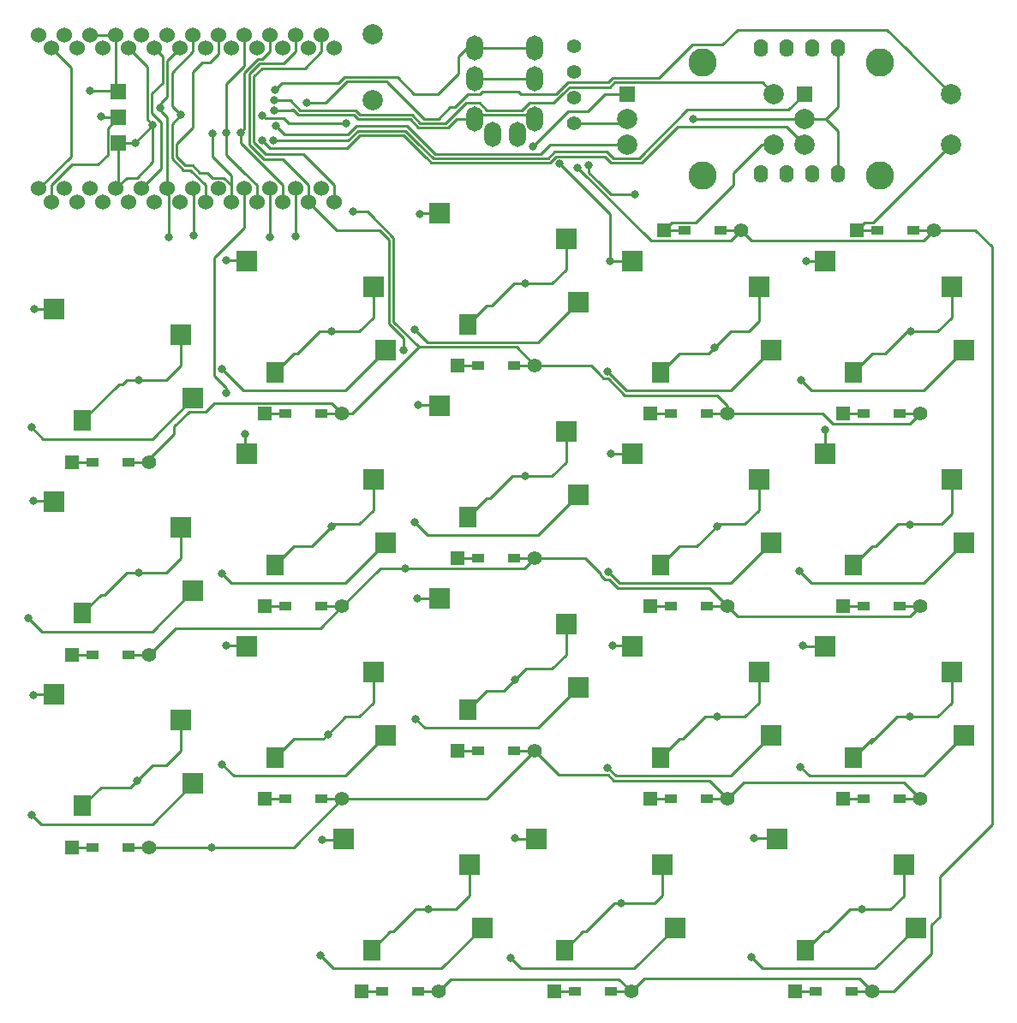
<source format=gbr>
G04 #@! TF.GenerationSoftware,KiCad,Pcbnew,(5.1.6-0-10_14)*
G04 #@! TF.CreationDate,2023-01-09T17:08:50+09:00*
G04 #@! TF.ProjectId,cool536v130,636f6f6c-3533-4367-9631-33302e6b6963,rev?*
G04 #@! TF.SameCoordinates,Original*
G04 #@! TF.FileFunction,Copper,L1,Top*
G04 #@! TF.FilePolarity,Positive*
%FSLAX46Y46*%
G04 Gerber Fmt 4.6, Leading zero omitted, Abs format (unit mm)*
G04 Created by KiCad (PCBNEW (5.1.6-0-10_14)) date 2023-01-09 17:08:50*
%MOMM*%
%LPD*%
G01*
G04 APERTURE LIST*
G04 #@! TA.AperFunction,SMDPad,CuDef*
%ADD10R,2.000000X2.000000*%
G04 #@! TD*
G04 #@! TA.AperFunction,SMDPad,CuDef*
%ADD11R,1.800000X2.000000*%
G04 #@! TD*
G04 #@! TA.AperFunction,ComponentPad*
%ADD12C,2.000000*%
G04 #@! TD*
G04 #@! TA.AperFunction,ComponentPad*
%ADD13C,1.397000*%
G04 #@! TD*
G04 #@! TA.AperFunction,ComponentPad*
%ADD14R,1.397000X1.397000*%
G04 #@! TD*
G04 #@! TA.AperFunction,SMDPad,CuDef*
%ADD15R,1.300000X0.950000*%
G04 #@! TD*
G04 #@! TA.AperFunction,ComponentPad*
%ADD16O,1.700000X2.500000*%
G04 #@! TD*
G04 #@! TA.AperFunction,ComponentPad*
%ADD17C,1.524000*%
G04 #@! TD*
G04 #@! TA.AperFunction,ComponentPad*
%ADD18R,1.500000X1.500000*%
G04 #@! TD*
G04 #@! TA.AperFunction,ComponentPad*
%ADD19C,2.800000*%
G04 #@! TD*
G04 #@! TA.AperFunction,SMDPad,CuDef*
%ADD20R,1.524000X1.524000*%
G04 #@! TD*
G04 #@! TA.AperFunction,ComponentPad*
%ADD21O,1.397000X1.778000*%
G04 #@! TD*
G04 #@! TA.AperFunction,ViaPad*
%ADD22C,0.800000*%
G04 #@! TD*
G04 #@! TA.AperFunction,Conductor*
%ADD23C,0.250000*%
G04 #@! TD*
G04 APERTURE END LIST*
D10*
X95750000Y-100570000D03*
D11*
X84850000Y-102770000D03*
D10*
X94550000Y-94330000D03*
X82050000Y-91790000D03*
X43950000Y-82265000D03*
X56450000Y-84805000D03*
D11*
X46750000Y-93245000D03*
D10*
X57650000Y-91045000D03*
X91575000Y-115602500D03*
X104075000Y-118142500D03*
D11*
X94375000Y-126582500D03*
D10*
X105275000Y-124382500D03*
D12*
X75460000Y-36040000D03*
X75460000Y-42540000D03*
D10*
X76700000Y-86282500D03*
D11*
X65800000Y-88482500D03*
D10*
X75500000Y-80042500D03*
X63000000Y-77502500D03*
D13*
X72410000Y-73532499D03*
D14*
X64790000Y-73532499D03*
D15*
X66825000Y-73532499D03*
X70375000Y-73532499D03*
D13*
X124798000Y-130682500D03*
D14*
X117178000Y-130682500D03*
D15*
X119213000Y-130682500D03*
X122763000Y-130682500D03*
X109795000Y-55420000D03*
D13*
X111830000Y-55420000D03*
D14*
X104210000Y-55420000D03*
D15*
X106245000Y-55420000D03*
D13*
X129560000Y-73532499D03*
D14*
X121940000Y-73532499D03*
D15*
X123975000Y-73532499D03*
X127525000Y-73532499D03*
D16*
X87250000Y-45870000D03*
X91450000Y-44370000D03*
X91450000Y-40370000D03*
X91450000Y-37370000D03*
X85500000Y-40370000D03*
X85500000Y-37370000D03*
X89700000Y-45870000D03*
X85500000Y-44370000D03*
D10*
X63000000Y-96552500D03*
X75500000Y-99092500D03*
D11*
X65800000Y-107532500D03*
D10*
X76700000Y-105332500D03*
X114800000Y-105332500D03*
D11*
X103900000Y-107532500D03*
D10*
X113600000Y-99092500D03*
X101100000Y-96552500D03*
D13*
X95330000Y-44820000D03*
X95330000Y-42280000D03*
X95330000Y-39740000D03*
X95330000Y-37200000D03*
D17*
X43692000Y-37360000D03*
X46232000Y-37360000D03*
X48772000Y-37360000D03*
X51312000Y-37360000D03*
X53852000Y-37360000D03*
X56392000Y-37360000D03*
X58932000Y-37360000D03*
X61472000Y-37360000D03*
X64012000Y-37360000D03*
X66552000Y-37360000D03*
X69092000Y-37360000D03*
X71632000Y-37360000D03*
X71632000Y-52600000D03*
X69092000Y-52600000D03*
X66552000Y-52600000D03*
X64012000Y-52600000D03*
X61472000Y-52600000D03*
X58932000Y-52600000D03*
X56392000Y-52600000D03*
X53852000Y-52600000D03*
X51312000Y-52600000D03*
X48772000Y-52600000D03*
X46232000Y-52600000D03*
X43692000Y-52600000D03*
X42422000Y-36053600D03*
X44962000Y-36053600D03*
X47502000Y-36053600D03*
X50042000Y-36053600D03*
X52582000Y-36053600D03*
X55122000Y-36053600D03*
X57662000Y-36053600D03*
X60202000Y-36053600D03*
X62742000Y-36053600D03*
X65282000Y-36053600D03*
X67822000Y-36053600D03*
X70362000Y-36053600D03*
X70362000Y-51273600D03*
X67822000Y-51273600D03*
X65282000Y-51273600D03*
X62742000Y-51273600D03*
X60202000Y-51273600D03*
X57662000Y-51273600D03*
X55122000Y-51273600D03*
X52582000Y-51273600D03*
X50042000Y-51273600D03*
X47502000Y-51273600D03*
X44962000Y-51273600D03*
X42422000Y-51273600D03*
D13*
X53360000Y-78295000D03*
D14*
X45740000Y-78295000D03*
D15*
X47775000Y-78295000D03*
X51325000Y-78295000D03*
D10*
X129088000Y-124382500D03*
D11*
X118188000Y-126582500D03*
D10*
X127888000Y-118142500D03*
X115388000Y-115602500D03*
X133850000Y-67232499D03*
D11*
X122950000Y-69432499D03*
D10*
X132650000Y-60992499D03*
X120150000Y-58452499D03*
D18*
X100560000Y-41910000D03*
D12*
X100560000Y-44410000D03*
X100560000Y-46910000D03*
D19*
X108060000Y-38810000D03*
X108060000Y-50010000D03*
D12*
X115060000Y-41910000D03*
X115060000Y-46910000D03*
D10*
X101100000Y-58452499D03*
X113600000Y-60992499D03*
D11*
X103900000Y-69432499D03*
D10*
X114800000Y-67232499D03*
X43950000Y-63215000D03*
X56450000Y-65755000D03*
D11*
X46750000Y-74195000D03*
D10*
X57650000Y-71995000D03*
D13*
X100985000Y-130682500D03*
D14*
X93365000Y-130682500D03*
D15*
X95400000Y-130682500D03*
X98950000Y-130682500D03*
D10*
X114800000Y-86282500D03*
D11*
X103900000Y-88482500D03*
D10*
X113600000Y-80042500D03*
X101100000Y-77502500D03*
D13*
X91460000Y-87820000D03*
D14*
X83840000Y-87820000D03*
D15*
X85875000Y-87820000D03*
X89425000Y-87820000D03*
D13*
X81935000Y-130682500D03*
D14*
X74315000Y-130682500D03*
D15*
X76350000Y-130682500D03*
X79900000Y-130682500D03*
D10*
X63000000Y-58452499D03*
X75500000Y-60992499D03*
D11*
X65800000Y-69432499D03*
D10*
X76700000Y-67232499D03*
X57650000Y-110095000D03*
D11*
X46750000Y-112295000D03*
D10*
X56450000Y-103855000D03*
X43950000Y-101315000D03*
D13*
X129560000Y-111632500D03*
D14*
X121940000Y-111632500D03*
D15*
X123975000Y-111632500D03*
X127525000Y-111632500D03*
D10*
X95750000Y-81520000D03*
D11*
X84850000Y-83720000D03*
D10*
X94550000Y-75280000D03*
X82050000Y-72740000D03*
D13*
X110510000Y-111632500D03*
D14*
X102890000Y-111632500D03*
D15*
X104925000Y-111632500D03*
X108475000Y-111632500D03*
D18*
X118090000Y-41910000D03*
D12*
X118090000Y-44410000D03*
X118090000Y-46910000D03*
D19*
X125590000Y-38810000D03*
X125590000Y-50010000D03*
D12*
X132590000Y-41910000D03*
X132590000Y-46910000D03*
D10*
X133850000Y-86282500D03*
D11*
X122950000Y-88482500D03*
D10*
X132650000Y-80042500D03*
X120150000Y-77502500D03*
D13*
X72410000Y-92582500D03*
D14*
X64790000Y-92582500D03*
D15*
X66825000Y-92582500D03*
X70375000Y-92582500D03*
D10*
X72525000Y-115602500D03*
X85025000Y-118142500D03*
D11*
X75325000Y-126582500D03*
D10*
X86225000Y-124382500D03*
X133850000Y-105332500D03*
D11*
X122950000Y-107532500D03*
D10*
X132650000Y-99092500D03*
X120150000Y-96552500D03*
D13*
X53360000Y-116395000D03*
D14*
X45740000Y-116395000D03*
D15*
X47775000Y-116395000D03*
X51325000Y-116395000D03*
D20*
X50310000Y-41650000D03*
X50310000Y-44190000D03*
X50310000Y-46730000D03*
D13*
X91460000Y-68770000D03*
D14*
X83840000Y-68770000D03*
D15*
X85875000Y-68770000D03*
X89425000Y-68770000D03*
D13*
X110510000Y-73532499D03*
D14*
X102890000Y-73532499D03*
D15*
X104925000Y-73532499D03*
X108475000Y-73532499D03*
D13*
X53360000Y-97345000D03*
D14*
X45740000Y-97345000D03*
D15*
X47775000Y-97345000D03*
X51325000Y-97345000D03*
D13*
X72410000Y-111632500D03*
D14*
X64790000Y-111632500D03*
D15*
X66825000Y-111632500D03*
X70375000Y-111632500D03*
D13*
X91460000Y-106870000D03*
D14*
X83840000Y-106870000D03*
D15*
X85875000Y-106870000D03*
X89425000Y-106870000D03*
D10*
X82050000Y-53690000D03*
X94550000Y-56230000D03*
D11*
X84850000Y-64670000D03*
D10*
X95750000Y-62470000D03*
D13*
X110510000Y-92582500D03*
D14*
X102890000Y-92582500D03*
D15*
X104925000Y-92582500D03*
X108475000Y-92582500D03*
D13*
X129560000Y-92582500D03*
D14*
X121940000Y-92582500D03*
D15*
X123975000Y-92582500D03*
X127525000Y-92582500D03*
X128835000Y-55400000D03*
D13*
X130870000Y-55400000D03*
D14*
X123250000Y-55400000D03*
D15*
X125285000Y-55400000D03*
D21*
X121436000Y-37340000D03*
X118896000Y-37340000D03*
X116356000Y-37340000D03*
X113816000Y-37340000D03*
X118896000Y-49786000D03*
X116356000Y-49786000D03*
X113816000Y-49786000D03*
X121436000Y-49786000D03*
D22*
X52350001Y-70169999D03*
X71387498Y-65407498D03*
X90475001Y-60644999D03*
X109240000Y-67020000D03*
X128577498Y-65407498D03*
X52309999Y-89219999D03*
X71400000Y-84650000D03*
X90474999Y-79694999D03*
X109425000Y-84695000D03*
X128550000Y-84490000D03*
X52101999Y-109841999D03*
X70995749Y-105235749D03*
X89515000Y-99815000D03*
X109467499Y-103507499D03*
X128527499Y-103507499D03*
X80917499Y-122557499D03*
X99987501Y-121957501D03*
X123767499Y-122557499D03*
X73450000Y-53534990D03*
X78643501Y-88843501D03*
X78500000Y-67200000D03*
X60970000Y-71460000D03*
X59525000Y-116395000D03*
X95667158Y-49202842D03*
X65700102Y-43535359D03*
X51940000Y-46730000D03*
X53700000Y-44970000D03*
X47520000Y-41600000D03*
X107110000Y-44380000D03*
X65745552Y-41536497D03*
X48600000Y-44170000D03*
X101340000Y-51830000D03*
X96803511Y-48976489D03*
X72770000Y-44780000D03*
X91280000Y-47094980D03*
X64520000Y-44020000D03*
X56490000Y-43990000D03*
X59590000Y-45800000D03*
X65835858Y-45054142D03*
X55300000Y-56060000D03*
X54470000Y-43266990D03*
X41940000Y-101330000D03*
X41390000Y-93730000D03*
X41700000Y-74880000D03*
X41900000Y-82150000D03*
X42000000Y-63210000D03*
X41730000Y-113190000D03*
X65697833Y-42535360D03*
X65630000Y-46540000D03*
X60990000Y-45695000D03*
X62380000Y-45695000D03*
X64520000Y-46500000D03*
X60490000Y-69080000D03*
X62780000Y-75530000D03*
X60950000Y-58380000D03*
X57710000Y-55885010D03*
X60510000Y-108180000D03*
X60980000Y-96430000D03*
X68910000Y-42780000D03*
X60510000Y-89360000D03*
X65280000Y-56100000D03*
X79810000Y-91790000D03*
X70220000Y-127080000D03*
X79550000Y-84250000D03*
X70450000Y-115660000D03*
X79700000Y-103740000D03*
X80070000Y-53740000D03*
X79910000Y-72670000D03*
X79610000Y-65240000D03*
X117750000Y-70210000D03*
X67790000Y-55960000D03*
X117620000Y-89120000D03*
X113070000Y-115480000D03*
X117670000Y-108450000D03*
X118262499Y-58452499D03*
X117960000Y-96450000D03*
X112830000Y-127280000D03*
X120140000Y-75100000D03*
X89050000Y-127360000D03*
X98900000Y-58420000D03*
X98590000Y-69330000D03*
X98640000Y-108520000D03*
X98952500Y-77502500D03*
X98710000Y-89200000D03*
X93905000Y-48815000D03*
X89470000Y-115510000D03*
X99100000Y-96470000D03*
D23*
X47775000Y-78295000D02*
X45740000Y-78295000D01*
X56450000Y-65755000D02*
X56450000Y-68782002D01*
X50666001Y-70620001D02*
X50324999Y-70620001D01*
X56450000Y-68782002D02*
X55062003Y-70169999D01*
X50324999Y-70620001D02*
X46750000Y-74195000D01*
X55062003Y-70169999D02*
X52350001Y-70169999D01*
X51116003Y-70169999D02*
X50666001Y-70620001D01*
X52350001Y-70169999D02*
X51116003Y-70169999D01*
X75500000Y-64019501D02*
X74112003Y-65407498D01*
X74112003Y-65407498D02*
X71387498Y-65407498D01*
X67966003Y-67607498D02*
X67625001Y-67607498D01*
X71387498Y-65407498D02*
X70166003Y-65407498D01*
X70166003Y-65407498D02*
X67966003Y-67607498D01*
X67625001Y-67607498D02*
X65800000Y-69432499D01*
X66825000Y-73532499D02*
X64790000Y-73532499D01*
X75500000Y-60992499D02*
X75500000Y-64019501D01*
X94550000Y-59257002D02*
X93162003Y-60644999D01*
X86675001Y-62844999D02*
X84850000Y-64670000D01*
X93162003Y-60644999D02*
X90475001Y-60644999D01*
X89355001Y-60644999D02*
X87155001Y-62844999D01*
X87155001Y-62844999D02*
X86675001Y-62844999D01*
X90475001Y-60644999D02*
X89355001Y-60644999D01*
X94550000Y-56230000D02*
X94550000Y-59257002D01*
X85875000Y-68770000D02*
X83840000Y-68770000D01*
X105725001Y-67607498D02*
X103900000Y-69432499D01*
X112576001Y-65407498D02*
X110852502Y-65407498D01*
X113600000Y-64383499D02*
X112576001Y-65407498D01*
X108652502Y-67607498D02*
X105725001Y-67607498D01*
X113600000Y-60992499D02*
X113600000Y-64383499D01*
X110852502Y-65407498D02*
X109240000Y-67020000D01*
X109240000Y-67020000D02*
X108652502Y-67607498D01*
X104925000Y-73532499D02*
X102890000Y-73532499D01*
X123975000Y-73532499D02*
X121940000Y-73532499D01*
X132650000Y-64019501D02*
X131262003Y-65407498D01*
X128272502Y-65407498D02*
X126072502Y-67607498D01*
X124775001Y-67607498D02*
X122950000Y-69432499D01*
X126072502Y-67607498D02*
X124775001Y-67607498D01*
X132650000Y-60992499D02*
X132650000Y-64019501D01*
X131262003Y-65407498D02*
X128577498Y-65407498D01*
X128577498Y-65407498D02*
X128272502Y-65407498D01*
X48916003Y-91419999D02*
X48575001Y-91419999D01*
X56450000Y-84805000D02*
X56450000Y-87832002D01*
X48575001Y-91419999D02*
X46750000Y-93245000D01*
X55062003Y-89219999D02*
X52309999Y-89219999D01*
X52309999Y-89219999D02*
X51116003Y-89219999D01*
X47775000Y-97345000D02*
X45740000Y-97345000D01*
X56450000Y-87832002D02*
X55062003Y-89219999D01*
X51116003Y-89219999D02*
X48916003Y-91419999D01*
X75500000Y-83069502D02*
X74112003Y-84457499D01*
X69382501Y-86657499D02*
X67625001Y-86657499D01*
X66825000Y-92582500D02*
X64790000Y-92582500D01*
X74112003Y-84457499D02*
X71582501Y-84457499D01*
X67625001Y-86657499D02*
X65800000Y-88482500D01*
X75500000Y-80042500D02*
X75500000Y-83069502D01*
X71582501Y-84457499D02*
X69382501Y-86657499D01*
X94550000Y-78307002D02*
X93162003Y-79694999D01*
X93162003Y-79694999D02*
X90474999Y-79694999D01*
X94550000Y-75280000D02*
X94550000Y-78307002D01*
X89216003Y-79694999D02*
X87016003Y-81894999D01*
X86675001Y-81894999D02*
X84850000Y-83720000D01*
X87016003Y-81894999D02*
X86675001Y-81894999D01*
X90474999Y-79694999D02*
X89216003Y-79694999D01*
X85875000Y-87820000D02*
X83840000Y-87820000D01*
X104925000Y-92582500D02*
X102890000Y-92582500D01*
X113600000Y-80042500D02*
X113600000Y-83069502D01*
X105725001Y-86657499D02*
X103900000Y-88482500D01*
X113600000Y-83069502D02*
X112212003Y-84457499D01*
X109425000Y-84695000D02*
X107462501Y-86657499D01*
X109662501Y-84457499D02*
X109425000Y-84695000D01*
X107462501Y-86657499D02*
X105725001Y-86657499D01*
X112212003Y-84457499D02*
X109662501Y-84457499D01*
X121940000Y-92582500D02*
X123975000Y-92582500D01*
X132650000Y-80042500D02*
X132650000Y-83433500D01*
X131626001Y-84457499D02*
X127316003Y-84457499D01*
X125116003Y-86657499D02*
X124775001Y-86657499D01*
X124775001Y-86657499D02*
X122950000Y-88482500D01*
X132650000Y-83433500D02*
X131626001Y-84457499D01*
X127316003Y-84457499D02*
X125116003Y-86657499D01*
X56450000Y-106882002D02*
X55062003Y-108269999D01*
X45740000Y-116395000D02*
X47775000Y-116395000D01*
X55062003Y-108269999D02*
X53673999Y-108269999D01*
X56450000Y-103855000D02*
X56450000Y-106882002D01*
X53673999Y-108269999D02*
X52101999Y-109841999D01*
X51473999Y-110469999D02*
X48575001Y-110469999D01*
X52101999Y-109841999D02*
X51473999Y-110469999D01*
X48575001Y-110469999D02*
X46750000Y-112295000D01*
X74112003Y-103507499D02*
X72723999Y-103507499D01*
X70523999Y-105707499D02*
X67625001Y-105707499D01*
X67625001Y-105707499D02*
X65800000Y-107532500D01*
X75500000Y-102119502D02*
X74112003Y-103507499D01*
X75500000Y-99092500D02*
X75500000Y-102119502D01*
X66825000Y-111632500D02*
X64790000Y-111632500D01*
X70995749Y-105235749D02*
X70523999Y-105707499D01*
X72723999Y-103507499D02*
X70995749Y-105235749D01*
X90585001Y-98744999D02*
X89515000Y-99815000D01*
X89515000Y-99815000D02*
X88385001Y-100944999D01*
X86675001Y-100944999D02*
X84850000Y-102770000D01*
X88385001Y-100944999D02*
X86675001Y-100944999D01*
X94550000Y-94330000D02*
X94550000Y-97357002D01*
X93162003Y-98744999D02*
X90585001Y-98744999D01*
X85875000Y-106870000D02*
X83840000Y-106870000D01*
X94550000Y-97357002D02*
X93162003Y-98744999D01*
X109467499Y-103507499D02*
X108266003Y-103507499D01*
X112212003Y-103507499D02*
X109467499Y-103507499D01*
X104925000Y-111632500D02*
X102890000Y-111632500D01*
X113600000Y-99092500D02*
X113600000Y-102119502D01*
X106066003Y-105707499D02*
X105725001Y-105707499D01*
X108266003Y-103507499D02*
X106066003Y-105707499D01*
X113600000Y-102119502D02*
X112212003Y-103507499D01*
X105725001Y-105707499D02*
X103900000Y-107532500D01*
X131262003Y-103507499D02*
X128527499Y-103507499D01*
X128527499Y-103507499D02*
X127202501Y-103507499D01*
X123975000Y-111632500D02*
X121940000Y-111632500D01*
X124775001Y-105707499D02*
X125002501Y-105707499D01*
X125002501Y-105707499D02*
X127202501Y-103507499D01*
X122950000Y-107532500D02*
X124775001Y-105707499D01*
X132650000Y-99092500D02*
X132650000Y-102119502D01*
X132650000Y-102119502D02*
X131262003Y-103507499D01*
X127202501Y-103507499D02*
X124590000Y-106120000D01*
X80917499Y-122557499D02*
X79691003Y-122557499D01*
X83637003Y-122557499D02*
X80917499Y-122557499D01*
X76350000Y-130682500D02*
X74315000Y-130682500D01*
X85025000Y-121169502D02*
X83637003Y-122557499D01*
X77491003Y-124757499D02*
X77150001Y-124757499D01*
X85025000Y-118142500D02*
X85025000Y-121169502D01*
X77150001Y-124757499D02*
X75325000Y-126582500D01*
X79691003Y-122557499D02*
X77491003Y-124757499D01*
X104075000Y-121169502D02*
X103287001Y-121957501D01*
X99341001Y-121957501D02*
X96541003Y-124757499D01*
X96541003Y-124757499D02*
X96200001Y-124757499D01*
X103287001Y-121957501D02*
X99987501Y-121957501D01*
X99987501Y-121957501D02*
X99341001Y-121957501D01*
X96200001Y-124757499D02*
X94375000Y-126582500D01*
X104075000Y-118142500D02*
X104075000Y-121169502D01*
X95400000Y-130682500D02*
X93365000Y-130682500D01*
X120013001Y-124757499D02*
X118188000Y-126582500D01*
X127888000Y-118142500D02*
X127888000Y-121242000D01*
X122554003Y-122557499D02*
X120354003Y-124757499D01*
X120354003Y-124757499D02*
X120013001Y-124757499D01*
X127888000Y-121242000D02*
X126572501Y-122557499D01*
X126572501Y-122557499D02*
X123767499Y-122557499D01*
X123767499Y-122557499D02*
X122554003Y-122557499D01*
X119213000Y-130682500D02*
X117178000Y-130682500D01*
X104210000Y-55420000D02*
X106245000Y-55420000D01*
X111040000Y-50930000D02*
X107350001Y-54619999D01*
X105010001Y-54619999D02*
X104210000Y-55420000D01*
X115060000Y-46910000D02*
X113860000Y-46910000D01*
X113860000Y-46910000D02*
X111040000Y-49730000D01*
X107350001Y-54619999D02*
X105010001Y-54619999D01*
X111040000Y-49730000D02*
X111040000Y-50930000D01*
X124050001Y-54599999D02*
X124660001Y-54599999D01*
X132590000Y-46910000D02*
X124900001Y-54599999D01*
X125285000Y-55400000D02*
X123250000Y-55400000D01*
X124900001Y-54599999D02*
X124660001Y-54599999D01*
X123250000Y-55400000D02*
X124050001Y-54599999D01*
X97750000Y-69530000D02*
X96990000Y-68770000D01*
X98241999Y-70055001D02*
X98678591Y-70055001D01*
X72410000Y-73532499D02*
X70375000Y-73532499D01*
X68587124Y-47889962D02*
X71632000Y-50934838D01*
X97750000Y-69563002D02*
X98241999Y-70055001D01*
X70362000Y-37698762D02*
X68713742Y-39347020D01*
X63690000Y-40120000D02*
X63690000Y-46700000D01*
X96990000Y-68770000D02*
X91460000Y-68770000D01*
X71632000Y-50934838D02*
X71632000Y-52600000D01*
X63690000Y-46700000D02*
X64879962Y-47889962D01*
X110510000Y-72780000D02*
X109437510Y-71707510D01*
X110510000Y-73532499D02*
X110510000Y-72780000D01*
X97750000Y-69530000D02*
X97750000Y-69563002D01*
X100331099Y-71707509D02*
X98678591Y-70055001D01*
X110510000Y-73532499D02*
X108475000Y-73532499D01*
X79985316Y-66945011D02*
X89635011Y-66945011D01*
X89635011Y-66945011D02*
X91460000Y-68770000D01*
X74957347Y-53607347D02*
X74957347Y-53577347D01*
X75235000Y-53885000D02*
X77490000Y-56140000D01*
X74957347Y-53607347D02*
X75235000Y-53885000D01*
X74884990Y-53534990D02*
X75235000Y-53885000D01*
X73450000Y-53534990D02*
X74884990Y-53534990D01*
X72410000Y-73532499D02*
X73397828Y-73532499D01*
X91460000Y-68770000D02*
X89425000Y-68770000D01*
X129560000Y-73532499D02*
X127525000Y-73532499D01*
X73397828Y-73532499D02*
X79985316Y-66945011D01*
X109437510Y-71707510D02*
X100331099Y-71707509D01*
X77490000Y-56140000D02*
X77490000Y-64449695D01*
X77490000Y-64449695D02*
X79985316Y-66945011D01*
X120891002Y-74556000D02*
X128536499Y-74556000D01*
X128536499Y-74556000D02*
X129560000Y-73532499D01*
X119867501Y-73532499D02*
X120891002Y-74556000D01*
X110510000Y-73532499D02*
X119867501Y-73532499D01*
X58903588Y-73326414D02*
X59721004Y-72508998D01*
X57273586Y-73326414D02*
X58903588Y-73326414D01*
X55810000Y-74790000D02*
X57273586Y-73326414D01*
X55810000Y-75560000D02*
X55810000Y-74790000D01*
X71386499Y-72508998D02*
X72410000Y-73532499D01*
X59721004Y-72508998D02*
X71386499Y-72508998D01*
X53360000Y-78010000D02*
X55810000Y-75560000D01*
X53360000Y-78295000D02*
X53360000Y-78010000D01*
X51325000Y-78295000D02*
X53360000Y-78295000D01*
X64879962Y-47889962D02*
X68587124Y-47889962D01*
X70362000Y-36053600D02*
X70362000Y-37698762D01*
X64462979Y-39347021D02*
X63690000Y-40120000D01*
X68713742Y-39347020D02*
X64462979Y-39347021D01*
X69092000Y-50934838D02*
X69092000Y-52600000D01*
X64276578Y-38897012D02*
X63239990Y-39933600D01*
X109720000Y-91792500D02*
X109712500Y-91792500D01*
X99631101Y-90757511D02*
X108677511Y-90757511D01*
X64689971Y-48339971D02*
X66497133Y-48339971D01*
X109712500Y-91792500D02*
X108677511Y-90757511D01*
X63239990Y-39933600D02*
X63239990Y-46889990D01*
X67822000Y-36053600D02*
X67822000Y-37698762D01*
X66623751Y-38897011D02*
X64276578Y-38897012D01*
X98361999Y-89925001D02*
X98798591Y-89925001D01*
X109720000Y-91792500D02*
X110510000Y-92582500D01*
X96434999Y-87820000D02*
X97984999Y-89370000D01*
X91460000Y-87820000D02*
X96434999Y-87820000D01*
X98798591Y-89925001D02*
X99631101Y-90757511D01*
X66497133Y-48339971D02*
X69092000Y-50934838D01*
X97984999Y-89370000D02*
X97984999Y-89548001D01*
X89425000Y-87820000D02*
X91460000Y-87820000D01*
X97984999Y-89548001D02*
X98361999Y-89925001D01*
X72410000Y-92582500D02*
X70375000Y-92582500D01*
X77039990Y-56326400D02*
X77039991Y-64636096D01*
X53360000Y-97345000D02*
X51325000Y-97345000D01*
X110510000Y-92582500D02*
X108475000Y-92582500D01*
X55977501Y-94727499D02*
X70265001Y-94727499D01*
X53360000Y-97345000D02*
X55977501Y-94727499D01*
X70265001Y-94727499D02*
X72410000Y-92582500D01*
X127525000Y-92582500D02*
X129560000Y-92582500D01*
X69092000Y-52600000D02*
X71852000Y-55360000D01*
X63239990Y-46889990D02*
X64689971Y-48339971D01*
X129560000Y-92582500D02*
X128536499Y-93606001D01*
X128536499Y-93606001D02*
X111533501Y-93606001D01*
X72410000Y-92582500D02*
X76148999Y-88843501D01*
X90436499Y-88843501D02*
X91460000Y-87820000D01*
X111533501Y-93606001D02*
X110510000Y-92582500D01*
X67822000Y-37698762D02*
X66623751Y-38897011D01*
X78500000Y-66096105D02*
X78500000Y-67200000D01*
X71852000Y-55360000D02*
X76073590Y-55360000D01*
X76073590Y-55360000D02*
X77039990Y-56326400D01*
X76148999Y-88843501D02*
X78643501Y-88843501D01*
X78643501Y-88843501D02*
X90436499Y-88843501D01*
X77039991Y-64636096D02*
X78500000Y-66096105D01*
X129560000Y-111632500D02*
X127525000Y-111632500D01*
X62742000Y-55148000D02*
X59764999Y-58125001D01*
X72410000Y-111632500D02*
X86697500Y-111632500D01*
X53360000Y-116395000D02*
X59525000Y-116395000D01*
X86697500Y-111632500D02*
X91460000Y-106870000D01*
X91460000Y-106870000D02*
X89425000Y-106870000D01*
X67647500Y-116395000D02*
X72410000Y-111632500D01*
X72410000Y-111632500D02*
X70375000Y-111632500D01*
X110510000Y-111632500D02*
X108685011Y-109807511D01*
X108685011Y-109807511D02*
X99247511Y-109807511D01*
X99247511Y-109807511D02*
X98685001Y-109245001D01*
X93835001Y-109245001D02*
X91460000Y-106870000D01*
X98685001Y-109245001D02*
X93835001Y-109245001D01*
X59764999Y-69764999D02*
X60970000Y-70970000D01*
X60970000Y-70970000D02*
X60970000Y-71460000D01*
X62742000Y-51273600D02*
X62742000Y-55148000D01*
X110510000Y-111632500D02*
X112112500Y-110030000D01*
X127957500Y-110030000D02*
X129560000Y-111632500D01*
X112112500Y-110030000D02*
X127957500Y-110030000D01*
X110510000Y-111632500D02*
X108475000Y-111632500D01*
X59764999Y-58125001D02*
X59764999Y-69764999D01*
X59525000Y-116395000D02*
X67647500Y-116395000D01*
X51325000Y-116395000D02*
X53360000Y-116395000D01*
X102907816Y-56443501D02*
X110806499Y-56443501D01*
X83167500Y-129450000D02*
X81935000Y-130682500D01*
X99752500Y-129450000D02*
X83167500Y-129450000D01*
X100985000Y-130682500D02*
X99752500Y-129450000D01*
X110806499Y-56443501D02*
X111830000Y-55420000D01*
X81935000Y-130682500D02*
X79900000Y-130682500D01*
X124798000Y-130682500D02*
X123535500Y-129420000D01*
X95667158Y-49202842D02*
X102907816Y-56443501D01*
X100985000Y-130682500D02*
X98950000Y-130682500D01*
X102247500Y-129420000D02*
X100985000Y-130682500D01*
X123535500Y-129420000D02*
X102247500Y-129420000D01*
X124798000Y-130682500D02*
X122763000Y-130682500D01*
X111830000Y-55420000D02*
X112833501Y-56423501D01*
X112833501Y-56423501D02*
X129846499Y-56423501D01*
X129846499Y-56423501D02*
X130870000Y-55400000D01*
X131470000Y-119300000D02*
X136610000Y-114160000D01*
X126922500Y-130682500D02*
X126922500Y-130637500D01*
X136610000Y-114160000D02*
X136610000Y-57030000D01*
X134980000Y-55400000D02*
X130870000Y-55400000D01*
X136610000Y-57030000D02*
X134980000Y-55400000D01*
X124798000Y-130682500D02*
X126922500Y-130682500D01*
X130710000Y-55400000D02*
X128835000Y-55400000D01*
X131470000Y-123290000D02*
X131470000Y-119300000D01*
X126922500Y-130637500D02*
X130670000Y-126890000D01*
X130670000Y-124090000D02*
X131470000Y-123290000D01*
X130870000Y-55400000D02*
X130710000Y-55400000D01*
X130670000Y-126890000D02*
X130670000Y-124090000D01*
X109795000Y-55420000D02*
X111830000Y-55420000D01*
X51940000Y-46730000D02*
X53700000Y-44970000D01*
X50310000Y-46730000D02*
X51940000Y-46730000D01*
X50310000Y-46730000D02*
X50310000Y-51005600D01*
X50310000Y-51005600D02*
X50042000Y-51273600D01*
X53700000Y-48630000D02*
X52143401Y-50186599D01*
X51129001Y-50186599D02*
X50042000Y-51273600D01*
X53700000Y-44970000D02*
X53149990Y-44419990D01*
X52143401Y-50186599D02*
X51129001Y-50186599D01*
X53149990Y-39197990D02*
X53011000Y-39059000D01*
X53700000Y-44970000D02*
X53700000Y-48630000D01*
X53149990Y-44419990D02*
X53149990Y-39197990D01*
X53011000Y-39059000D02*
X51312000Y-37360000D01*
X53698000Y-44968000D02*
X53700000Y-44970000D01*
X67384641Y-43535359D02*
X65700102Y-43535359D01*
X68071614Y-43968024D02*
X67533590Y-43430000D01*
X73568024Y-43968024D02*
X68071614Y-43968024D01*
X79940020Y-45240020D02*
X79110000Y-44410000D01*
X67490000Y-43430000D02*
X67384641Y-43535359D01*
X67533590Y-43430000D02*
X67490000Y-43430000D01*
X82836370Y-45240020D02*
X79940020Y-45240020D01*
X83706390Y-44370000D02*
X82836370Y-45240020D01*
X79110000Y-44410000D02*
X74010000Y-44410000D01*
X74010000Y-44410000D02*
X73568024Y-43968024D01*
X85500000Y-44370000D02*
X83706390Y-44370000D01*
X85924989Y-43945011D02*
X85500000Y-44370000D01*
X91025011Y-43945011D02*
X85924989Y-43945011D01*
X91450000Y-44370000D02*
X91025011Y-43945011D01*
X47502000Y-36053600D02*
X50042000Y-36053600D01*
X100150000Y-44820000D02*
X100560000Y-44410000D01*
X95330000Y-44820000D02*
X100150000Y-44820000D01*
X50042000Y-41382000D02*
X50042000Y-36053600D01*
X47520000Y-41600000D02*
X50260000Y-41600000D01*
X50260000Y-41600000D02*
X50310000Y-41650000D01*
X50310000Y-41650000D02*
X50042000Y-41382000D01*
X85500000Y-40370000D02*
X91450000Y-40370000D01*
X121436000Y-37340000D02*
X121436000Y-43214000D01*
X120240000Y-44410000D02*
X118090000Y-44410000D01*
X121436000Y-43214000D02*
X120240000Y-44410000D01*
X121436000Y-45606000D02*
X121436000Y-49786000D01*
X120240000Y-44410000D02*
X121436000Y-45606000D01*
X107140000Y-44410000D02*
X107110000Y-44380000D01*
X118090000Y-44410000D02*
X107140000Y-44410000D01*
X84740000Y-37370000D02*
X85500000Y-37370000D01*
X83930000Y-39860000D02*
X83930000Y-38180000D01*
X79520000Y-41900000D02*
X81890000Y-41900000D01*
X83930000Y-38180000D02*
X84740000Y-37370000D01*
X77849990Y-40229990D02*
X79520000Y-41900000D01*
X72640010Y-40229990D02*
X77849990Y-40229990D01*
X81890000Y-41900000D02*
X83930000Y-39860000D01*
X72070000Y-40800000D02*
X72640010Y-40229990D01*
X66482049Y-40800000D02*
X72070000Y-40800000D01*
X65745552Y-41536497D02*
X66482049Y-40800000D01*
X85500000Y-37370000D02*
X91450000Y-37370000D01*
X43692000Y-50934838D02*
X43692000Y-52600000D01*
X48222999Y-48907001D02*
X48222999Y-48902999D01*
X48222999Y-48902999D02*
X49222999Y-47902999D01*
X50310000Y-44190000D02*
X49222999Y-45277001D01*
X50310000Y-44190000D02*
X48620000Y-44190000D01*
X45719837Y-48907001D02*
X43692000Y-50934838D01*
X49222999Y-45277001D02*
X49222999Y-47902999D01*
X48222999Y-48907001D02*
X45719837Y-48907001D01*
X48620000Y-44190000D02*
X48600000Y-44170000D01*
X101340000Y-51830000D02*
X98930725Y-51830000D01*
X97790362Y-50689638D02*
X97790362Y-50670362D01*
X98930725Y-51830000D02*
X97790362Y-50689638D01*
X97790362Y-50689638D02*
X97690000Y-50589275D01*
X97790362Y-50670362D02*
X96803511Y-49683511D01*
X96803511Y-49683511D02*
X96803511Y-48976489D01*
X57662000Y-37182000D02*
X57662000Y-36053600D01*
X55572010Y-48302010D02*
X55572010Y-46107990D01*
X55572010Y-46107990D02*
X55572010Y-44907990D01*
X55572010Y-42767990D02*
X55572010Y-39788752D01*
X96680000Y-43630000D02*
X98400000Y-41910000D01*
X56690000Y-49420000D02*
X55572010Y-48302010D01*
X58932000Y-52600000D02*
X58932000Y-50934838D01*
X72770000Y-44780000D02*
X67110000Y-44780000D01*
X64829141Y-44329141D02*
X64520000Y-44020000D01*
X55572010Y-44907990D02*
X56490000Y-43990000D01*
X56490000Y-43990000D02*
X55572010Y-43072010D01*
X57417162Y-49420000D02*
X56690000Y-49420000D01*
X96310000Y-43630000D02*
X96680000Y-43630000D01*
X57662000Y-37698762D02*
X57662000Y-37182000D01*
X58932000Y-50934838D02*
X57417162Y-49420000D01*
X66659141Y-44329141D02*
X64829141Y-44329141D01*
X98400000Y-41910000D02*
X100560000Y-41910000D01*
X91315020Y-47130000D02*
X91280000Y-47094980D01*
X91550000Y-47130000D02*
X91315020Y-47130000D01*
X67110000Y-44780000D02*
X66659141Y-44329141D01*
X55572010Y-43072010D02*
X55572010Y-42767990D01*
X55572010Y-39788752D02*
X57662000Y-37698762D01*
X94744980Y-43630000D02*
X95210000Y-43630000D01*
X91280000Y-47094980D02*
X94744980Y-43630000D01*
X95210000Y-43630000D02*
X95050000Y-43630000D01*
X96310000Y-43630000D02*
X95210000Y-43630000D01*
X81589980Y-47819980D02*
X92000020Y-47819980D01*
X56022020Y-46857980D02*
X57640000Y-45240000D01*
X57640000Y-39700000D02*
X58580000Y-38760000D01*
X92910000Y-46910000D02*
X92000020Y-47819980D01*
X56909990Y-48969990D02*
X56022020Y-48082020D01*
X60723761Y-50186599D02*
X59583401Y-50186599D01*
X59370000Y-38760000D02*
X60202000Y-37928000D01*
X59086802Y-49690000D02*
X58323572Y-49690000D01*
X56022020Y-48082020D02*
X56022020Y-46857980D01*
X58580000Y-38760000D02*
X59370000Y-38760000D01*
X61472000Y-50934838D02*
X60723761Y-50186599D01*
X61472000Y-50012000D02*
X59590000Y-48130000D01*
X57640000Y-45240000D02*
X57640000Y-39700000D01*
X58323572Y-49690000D02*
X57603562Y-48969990D01*
X60202000Y-37698762D02*
X60202000Y-36053600D01*
X100560000Y-46910000D02*
X92910000Y-46910000D01*
X73820000Y-45080000D02*
X78850000Y-45080000D01*
X57603562Y-48969990D02*
X56909990Y-48969990D01*
X61472000Y-52600000D02*
X61472000Y-50012000D01*
X66681716Y-45900000D02*
X73000000Y-45900000D01*
X78850000Y-45080000D02*
X81589980Y-47819980D01*
X65835858Y-45054142D02*
X66681716Y-45900000D01*
X59590000Y-48130000D02*
X59590000Y-45800000D01*
X61472000Y-52600000D02*
X61472000Y-50934838D01*
X59583401Y-50186599D02*
X59086802Y-49690000D01*
X73000000Y-45900000D02*
X73820000Y-45080000D01*
X60202000Y-37928000D02*
X60202000Y-37698762D01*
X55300000Y-56060000D02*
X55300000Y-51451600D01*
X41955000Y-101315000D02*
X41940000Y-101330000D01*
X43950000Y-101315000D02*
X41955000Y-101315000D01*
X57650000Y-71995000D02*
X53624999Y-76020001D01*
X55122000Y-44202000D02*
X54510000Y-43590000D01*
X55122000Y-42148000D02*
X55122000Y-38630000D01*
X42840001Y-76020001D02*
X41700000Y-74880000D01*
X54510000Y-43230000D02*
X54510000Y-42760000D01*
X55300000Y-51451600D02*
X55122000Y-51273600D01*
X54510000Y-42760000D02*
X55122000Y-42148000D01*
X94217609Y-41877609D02*
X94110208Y-41985010D01*
X94877609Y-41217609D02*
X94217609Y-41877609D01*
X105016499Y-40763501D02*
X99333501Y-40763501D01*
X105273497Y-40763501D02*
X105016499Y-40763501D01*
X113913501Y-40763501D02*
X115060000Y-41910000D01*
X105016499Y-40763501D02*
X113913501Y-40763501D01*
X99333501Y-40763501D02*
X98879393Y-41217609D01*
X98879393Y-41217609D02*
X94877609Y-41217609D01*
X53624999Y-76020001D02*
X42840001Y-76020001D01*
X54506990Y-43230000D02*
X54470000Y-43266990D01*
X54510000Y-43590000D02*
X54510000Y-43230000D01*
X54510000Y-43230000D02*
X54506990Y-43230000D01*
X55122000Y-51273600D02*
X55122000Y-44202000D01*
X55122000Y-38630000D02*
X56392000Y-37360000D01*
X42005000Y-63215000D02*
X42000000Y-63210000D01*
X43835000Y-82150000D02*
X43950000Y-82265000D01*
X41390000Y-93730000D02*
X42730001Y-95070001D01*
X41900000Y-82150000D02*
X43835000Y-82150000D01*
X42730001Y-95070001D02*
X53624999Y-95070001D01*
X43950000Y-63215000D02*
X42005000Y-63215000D01*
X53624999Y-114120001D02*
X42660001Y-114120001D01*
X53624999Y-95070001D02*
X57650000Y-91045000D01*
X42660001Y-114120001D02*
X41730000Y-113190000D01*
X57650000Y-110095000D02*
X53624999Y-114120001D01*
X93300228Y-42794990D02*
X94217609Y-41877609D01*
X90194999Y-43495001D02*
X90895010Y-42794990D01*
X86686716Y-43495001D02*
X90194999Y-43495001D01*
X82649970Y-44790010D02*
X84644990Y-42794990D01*
X80323600Y-44790010D02*
X82649970Y-44790010D01*
X90895010Y-42794990D02*
X93300228Y-42794990D01*
X85986705Y-42794990D02*
X86686716Y-43495001D01*
X68258014Y-43518014D02*
X73754425Y-43518015D01*
X84644990Y-42794990D02*
X85986705Y-42794990D01*
X80300385Y-44766795D02*
X80323600Y-44790010D01*
X74196400Y-43959990D02*
X79296401Y-43959991D01*
X73754425Y-43518015D02*
X74196400Y-43959990D01*
X79296401Y-43959991D02*
X80103205Y-44766795D01*
X80103205Y-44766795D02*
X80300385Y-44766795D01*
X67275360Y-42535360D02*
X68258014Y-43518014D01*
X65697833Y-42535360D02*
X67275360Y-42535360D01*
X60990000Y-47912838D02*
X62673581Y-49596419D01*
X62742000Y-39158770D02*
X60990000Y-40910770D01*
X60990000Y-40910770D02*
X60990000Y-45695000D01*
X64012000Y-52600000D02*
X64012000Y-50934838D01*
X64012000Y-50934838D02*
X62673581Y-49596419D01*
X62742000Y-36053600D02*
X62742000Y-39158770D01*
X62673581Y-49596419D02*
X62317152Y-49239990D01*
X60990000Y-45695000D02*
X60990000Y-47912838D01*
X106530000Y-43490000D02*
X116510000Y-43490000D01*
X101784999Y-48235001D02*
X106530000Y-43490000D01*
X78650010Y-45530010D02*
X79838205Y-46718205D01*
X99175001Y-48235001D02*
X101784999Y-48235001D01*
X98579990Y-47639990D02*
X99175001Y-48235001D01*
X92740598Y-48269990D02*
X93370599Y-47639989D01*
X79851795Y-46718205D02*
X81403580Y-48269990D01*
X93370599Y-47639989D02*
X98579990Y-47639990D01*
X79838205Y-46718205D02*
X79851795Y-46718205D01*
X74006400Y-45530010D02*
X78650010Y-45530010D01*
X81403580Y-48269990D02*
X92740598Y-48269990D01*
X116510000Y-43490000D02*
X118090000Y-41910000D01*
X72996410Y-46540000D02*
X74006400Y-45530010D01*
X65630000Y-46540000D02*
X72996410Y-46540000D01*
X62720000Y-45355000D02*
X62380000Y-45695000D01*
X65282000Y-37698762D02*
X64533761Y-38447001D01*
X64090179Y-38447001D02*
X62720000Y-39817180D01*
X65285001Y-47265001D02*
X69805001Y-47265001D01*
X69805001Y-47265001D02*
X70238591Y-47265001D01*
X66552000Y-50934838D02*
X66552000Y-52600000D01*
X62380000Y-46762838D02*
X64723581Y-49106419D01*
X64407143Y-48789981D02*
X64723581Y-49106419D01*
X64520000Y-46500000D02*
X65285001Y-47265001D01*
X62380000Y-45695000D02*
X62380000Y-46762838D01*
X62720000Y-39817180D02*
X62720000Y-45355000D01*
X64723581Y-49106419D02*
X66552000Y-50934838D01*
X65282000Y-36053600D02*
X65282000Y-37698762D01*
X64533761Y-38447001D02*
X64090179Y-38447001D01*
X116290000Y-45110000D02*
X118090000Y-46910000D01*
X105546410Y-45110000D02*
X116290000Y-45110000D01*
X101971399Y-48685011D02*
X105546410Y-45110000D01*
X98988601Y-48685011D02*
X101971399Y-48685011D01*
X98393589Y-48089999D02*
X98988601Y-48685011D01*
X81217180Y-48720000D02*
X92926998Y-48720000D01*
X93556999Y-48089999D02*
X98393589Y-48089999D01*
X69805001Y-47265001D02*
X72907819Y-47265001D01*
X92926998Y-48720000D02*
X93556999Y-48089999D01*
X80728590Y-48231410D02*
X81217180Y-48720000D01*
X78463610Y-45980020D02*
X80715000Y-48231410D01*
X80715000Y-48231410D02*
X80728590Y-48231410D01*
X74192800Y-45980020D02*
X78463610Y-45980020D01*
X72907819Y-47265001D02*
X74192800Y-45980020D01*
X62780000Y-75530000D02*
X62780000Y-77282500D01*
X62667500Y-71257500D02*
X72674999Y-71257500D01*
X62780000Y-77282500D02*
X63000000Y-77502500D01*
X60980000Y-96430000D02*
X62877500Y-96430000D01*
X61457501Y-90307501D02*
X60510000Y-89360000D01*
X60490000Y-69080000D02*
X62667500Y-71257500D01*
X72674999Y-71257500D02*
X76700000Y-67232499D01*
X62927501Y-58380000D02*
X63000000Y-58452499D01*
X60950000Y-58380000D02*
X62927501Y-58380000D01*
X57710000Y-51321600D02*
X57662000Y-51273600D01*
X62877500Y-96430000D02*
X63000000Y-96552500D01*
X61687501Y-109357501D02*
X72674999Y-109357501D01*
X57710000Y-55885010D02*
X57710000Y-51321600D01*
X76700000Y-86282500D02*
X72674999Y-90307501D01*
X72674999Y-109357501D02*
X76700000Y-105332500D01*
X60510000Y-108180000D02*
X61687501Y-109357501D01*
X72674999Y-90307501D02*
X61457501Y-90307501D01*
X126230000Y-35550000D02*
X128160000Y-37480000D01*
X98692993Y-40767599D02*
X99147100Y-40313492D01*
X106990000Y-37010000D02*
X110010000Y-37010000D01*
X90094012Y-41945010D02*
X93513798Y-41945010D01*
X99147100Y-40313492D02*
X103686509Y-40313491D01*
X128160000Y-37480000D02*
X132590000Y-41910000D01*
X72890000Y-40680000D02*
X76900000Y-40680000D01*
X93513798Y-41945010D02*
X94691208Y-40767600D01*
X89794001Y-41644999D02*
X90094012Y-41945010D01*
X86286716Y-41644999D02*
X89794001Y-41644999D01*
X76900000Y-40730000D02*
X80510000Y-44340000D01*
X80510000Y-44340000D02*
X81940000Y-44340000D01*
X84858560Y-41945010D02*
X85986705Y-41945010D01*
X70790000Y-42780000D02*
X72890000Y-40680000D01*
X68910000Y-42780000D02*
X70790000Y-42780000D01*
X83066421Y-43213579D02*
X83589991Y-43213579D01*
X81940000Y-44340000D02*
X83066421Y-43213579D01*
X110010000Y-37010000D02*
X111470000Y-35550000D01*
X103686509Y-40313491D02*
X106990000Y-37010000D01*
X76900000Y-40680000D02*
X76900000Y-40730000D01*
X94691208Y-40767600D02*
X98692993Y-40767599D01*
X85986705Y-41945010D02*
X86286716Y-41644999D01*
X111470000Y-35550000D02*
X126230000Y-35550000D01*
X83589991Y-43213579D02*
X84858560Y-41945010D01*
X45605600Y-39273600D02*
X43692000Y-37360000D01*
X45605600Y-48090000D02*
X45605600Y-39273600D01*
X42422000Y-51273600D02*
X45605600Y-48090000D01*
X54540000Y-44700000D02*
X54540000Y-49315600D01*
X54671990Y-40788010D02*
X54641990Y-40788010D01*
X54540000Y-49315600D02*
X54192800Y-49662800D01*
X54641990Y-40788010D02*
X53600000Y-41830000D01*
X54671990Y-40788010D02*
X54671990Y-38179990D01*
X52582000Y-51273600D02*
X54192800Y-49662800D01*
X53600000Y-43760000D02*
X54540000Y-44700000D01*
X54671990Y-38179990D02*
X53852000Y-37360000D01*
X53600000Y-41830000D02*
X53600000Y-43760000D01*
X91724999Y-66495001D02*
X80865001Y-66495001D01*
X80845001Y-85545001D02*
X91724999Y-85545001D01*
X79550000Y-84250000D02*
X80845001Y-85545001D01*
X72467500Y-115660000D02*
X72525000Y-115602500D01*
X65280000Y-51275600D02*
X65282000Y-51273600D01*
X80555001Y-104595001D02*
X79700000Y-103740000D01*
X95750000Y-62470000D02*
X91724999Y-66495001D01*
X70450000Y-115660000D02*
X72467500Y-115660000D01*
X65280000Y-56100000D02*
X65280000Y-51275600D01*
X82050000Y-53690000D02*
X80120000Y-53690000D01*
X91724999Y-85545001D02*
X95750000Y-81520000D01*
X91724999Y-104595001D02*
X80555001Y-104595001D01*
X80120000Y-53690000D02*
X80070000Y-53740000D01*
X95750000Y-100570000D02*
X91724999Y-104595001D01*
X82199999Y-128407501D02*
X71547501Y-128407501D01*
X82050000Y-91790000D02*
X79810000Y-91790000D01*
X71547501Y-128407501D02*
X70220000Y-127080000D01*
X80865001Y-66495001D02*
X79610000Y-65240000D01*
X79910000Y-72670000D02*
X81980000Y-72670000D01*
X86225000Y-124382500D02*
X82199999Y-128407501D01*
X81980000Y-72670000D02*
X82050000Y-72740000D01*
X133850000Y-67232499D02*
X129824999Y-71257500D01*
X129824999Y-71257500D02*
X118797500Y-71257500D01*
X67790000Y-55960000D02*
X67790000Y-51305600D01*
X118797500Y-71257500D02*
X117750000Y-70210000D01*
X67790000Y-51305600D02*
X67822000Y-51273600D01*
X118807501Y-90307501D02*
X129824999Y-90307501D01*
X113957501Y-128407501D02*
X112830000Y-127280000D01*
X133850000Y-105332500D02*
X129824999Y-109357501D01*
X125062999Y-128407501D02*
X113957501Y-128407501D01*
X129088000Y-124382500D02*
X125062999Y-128407501D01*
X115265500Y-115480000D02*
X115388000Y-115602500D01*
X118577501Y-109357501D02*
X117670000Y-108450000D01*
X120150000Y-58452499D02*
X118262499Y-58452499D01*
X129824999Y-109357501D02*
X118577501Y-109357501D01*
X113070000Y-115480000D02*
X115265500Y-115480000D01*
X120007500Y-77360000D02*
X120150000Y-77502500D01*
X129824999Y-90307501D02*
X133850000Y-86282500D01*
X120150000Y-96552500D02*
X118062500Y-96552500D01*
X120150000Y-77502500D02*
X120150000Y-75110000D01*
X117620000Y-89120000D02*
X118807501Y-90307501D01*
X120150000Y-75110000D02*
X120140000Y-75100000D01*
X118062500Y-96552500D02*
X117960000Y-96450000D01*
X110774999Y-71257500D02*
X114800000Y-67232499D01*
X100517500Y-71257500D02*
X110774999Y-71257500D01*
X98900000Y-58420000D02*
X101067501Y-58420000D01*
X101100000Y-77502500D02*
X98952500Y-77502500D01*
X98590000Y-69330000D02*
X100517500Y-71257500D01*
X101067501Y-58420000D02*
X101100000Y-58452499D01*
X101249999Y-128407501D02*
X105275000Y-124382500D01*
X98900000Y-53810000D02*
X98900000Y-58420000D01*
X90097501Y-128407501D02*
X101249999Y-128407501D01*
X110774999Y-90307501D02*
X99817501Y-90307501D01*
X89050000Y-127360000D02*
X90097501Y-128407501D01*
X114800000Y-86282500D02*
X110774999Y-90307501D01*
X99817501Y-90307501D02*
X98710000Y-89200000D01*
X101017500Y-96470000D02*
X101100000Y-96552500D01*
X98640000Y-108520000D02*
X99477501Y-109357501D01*
X91575000Y-115602500D02*
X89562500Y-115602500D01*
X93905000Y-48815000D02*
X98900000Y-53810000D01*
X99100000Y-96470000D02*
X101017500Y-96470000D01*
X99477501Y-109357501D02*
X110774999Y-109357501D01*
X110774999Y-109357501D02*
X114800000Y-105332500D01*
X89562500Y-115602500D02*
X89470000Y-115510000D01*
M02*

</source>
